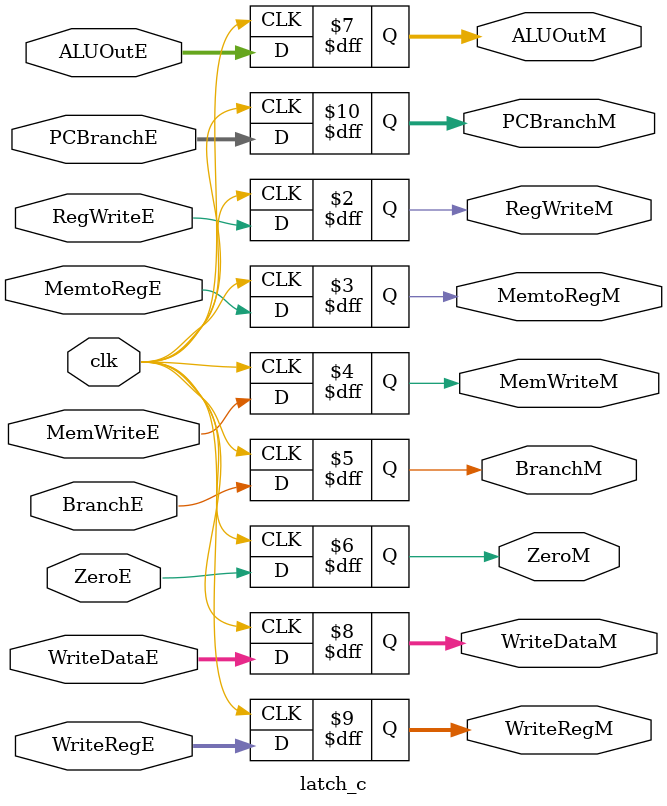
<source format=v>
module latch_c(
    input           clk,

    input           RegWriteE,
    input           MemtoRegE,
    input           MemWriteE,
    input           BranchE,
    input           ZeroE,
    input   [31:0]  ALUOutE,
    input   [31:0]  WriteDataE,
    input   [4:0]   WriteRegE,
    input   [31:0]  PCBranchE,

    output  reg         RegWriteM,
    output  reg         MemtoRegM,
    output  reg         MemWriteM,
    output  reg         BranchM,
    output  reg         ZeroM,
    output  reg [31:0]  ALUOutM,
    output  reg [31:0]  WriteDataM,
    output  reg [4:0]   WriteRegM,
    output  reg [31:0]  PCBranchM
);

always @(posedge clk)begin
    RegWriteM <= RegWriteE;
    MemtoRegM <= MemtoRegE;
    MemWriteM <= MemWriteE;
    BranchM <= BranchE;
    ZeroM <= ZeroE;
    ALUOutM <= ALUOutE;
    WriteDataM <= WriteDataE;
    WriteRegM <= WriteRegE;
    PCBranchM <= PCBranchE;
end

endmodule
</source>
